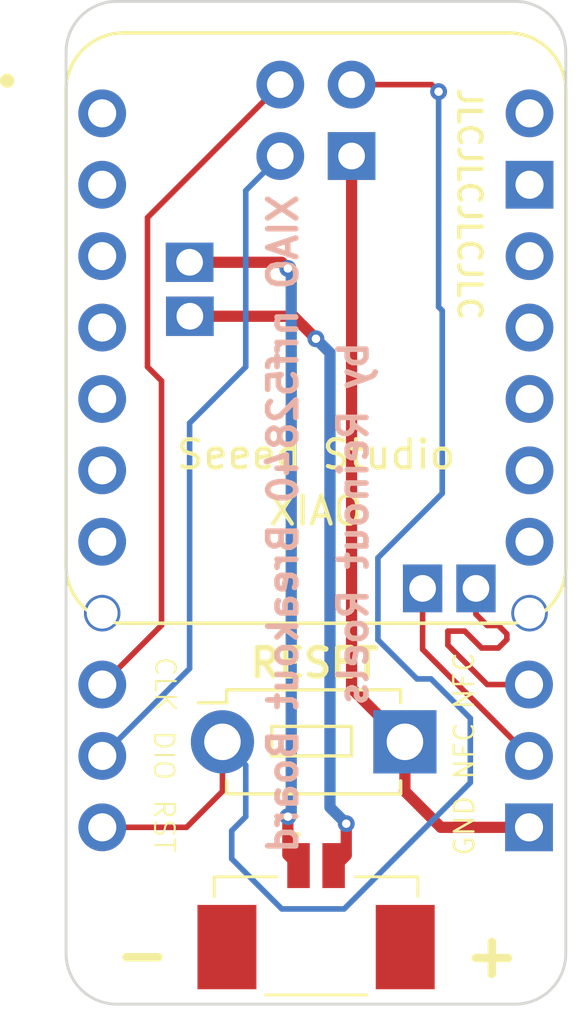
<source format=kicad_pcb>
(kicad_pcb (version 20240108) (generator "pcbnew") (generator_version "8.0")
  (layers (0 "F.Cu" signal) (31 "B.Cu" signal) (34 "B.Paste" user) (35 "F.Paste" user) (36 "B.SilkS" user "B.Silkscreen") (37 "F.SilkS" user "F.Silkscreen") (38 "B.Mask" user) (39 "F.Mask" user) (44 "Edge.Cuts" user))
  (net 0 "")
  (net 1 "Net-(J2-Pin_6)")
  (net 2 "Net-(J2-Pin_5)")
  (net 3 "Net-(J2-Pin_2)")
  (net 4 "Net-(J2-Pin_3)")
  (net 5 "Net-(J2-Pin_1)")
  (net 6 "Net-(J2-Pin_4)")
  (net 7 "Net-(J2-Pin_7)")
  (net 8 "Net-(J3-Pin_1)")
  (net 9 "Net-(J3-Pin_6)")
  (net 10 "Net-(J3-Pin_3)")
  (net 11 "Net-(J3-Pin_4)")
  (net 12 "Net-(J3-Pin_5)")
  (net 13 "Net-(J3-Pin_2)")
  (net 14 "Net-(J3-Pin_7)")
  (net 15 "Net-(J5-Pin_2)")
  (net 16 "Net-(J4-Pin_1)")
  (net 17 "GND")
  (net 18 "RESET")
  (net 19 "SWDIO")
  (net 20 "SWCLK")
  (net 21 "Net-(J10-Pin_1)")
  (net 22 "Net-(J9-Pin_1)")
  (footprint "Connector_PinHeader_2.54mm:PinHeader_2x02_P2.54mm_Vertical" (layer "F.Cu") (at 155.229912 95.96)
    (property "Reference" "J6" (hide yes))
    (property "Value" "Conn_02x02_Odd_Even" (hide yes))
    (pad "1" thru_hole circle (at 0 0) (size 1.7 1.7) (drill 0.95) (layers "*.Cu" "*.Mask") (net 20 "SWCLK"))
    (pad "2" thru_hole oval (at 2.54 0) (size 1.7 1.7) (drill 0.95) (layers "*.Cu" "*.Mask") (net 18 "RESET"))
    (pad "3" thru_hole oval (at 0 2.54) (size 1.7 1.7) (drill 0.95) (layers "*.Cu" "*.Mask") (net 19 "SWDIO"))
    (pad "4" thru_hole rect (at 2.54 2.54) (size 1.7 1.7) (drill 0.95) (layers "*.Cu" "*.Mask") (net 17 "GND"))
  )
  (footprint "Button_Switch_THT:SW_PUSH_1P1T_6x3.5mm_H4.3_APEM_MJTP1243" (layer "F.Cu") (at 153.169776 119.338705)
    (property "Reference" "SW1" (hide yes))
    (property "Value" "SW_Push" (hide yes))
    (fp_line (start 0.15 -1.85) (end 0.15 -1.39) (stroke (width 0.12)) (layer "F.SilkS"))
    (fp_line (start 0.15 -1.39) (end -0.85 -1.39) (stroke (width 0.12)) (layer "F.SilkS"))
    (fp_line (start 0.15 1.39) (end 0.15 1.85) (stroke (width 0.12)) (layer "F.SilkS"))
    (fp_line (start 0.15 1.85) (end 6.35 1.85) (stroke (width 0.12)) (layer "F.SilkS"))
    (fp_line (start 6.35 -1.85) (end 0.15 -1.85) (stroke (width 0.12)) (layer "F.SilkS"))
    (fp_line (start 6.35 -1.85) (end 6.35 -1.39) (stroke (width 0.12)) (layer "F.SilkS"))
    (fp_line (start 6.35 1.39) (end 6.35 1.85) (stroke (width 0.12)) (layer "F.SilkS"))
    (fp_rect (start 1.75 -0.55) (end 4.6 0.5) (stroke (width 0.12)) (fill none) (layer "F.SilkS"))
    (pad "1" thru_hole circle (at 0 0 90) (size 2.25 2.25) (drill 1.3) (layers "*.Cu" "*.Mask") (net 18 "RESET"))
    (pad "2" thru_hole rect (at 6.5 0 90) (size 2.25 2.25) (drill 1.3) (layers "*.Cu" "*.Mask") (net 17 "GND"))
  )
  (footprint "Connector_PinHeader_2.54mm:PinHeader_1x01_P2.54mm_Vertical" (layer "F.Cu") (at 160.3 113.88)
    (property "Reference" "J8" (hide yes))
    (property "Value" "Conn_01x01" (hide yes))
    (pad "1" thru_hole rect (at 0 0) (size 1.4 1.7) (drill 0.95) (layers "*.Cu" "*.Mask") (net 15 "Net-(J5-Pin_2)"))
  )
  (footprint "Connector_PinHeader_2.54mm:PinHeader_1x01_P2.54mm_Vertical" (layer "F.Cu") (at 152 102.28)
    (property "Reference" "J9" (hide yes))
    (property "Value" "Conn_01x01" (hide yes))
    (pad "1" thru_hole rect (at 0 0) (size 1.7 1.4) (drill 0.95) (layers "*.Cu" "*.Mask") (net 22 "Net-(J9-Pin_1)"))
  )
  (footprint "Connector_PinHeader_2.54mm:PinHeader_1x01_P2.54mm_Vertical" (layer "F.Cu") (at 152.009409 104.2)
    (property "Reference" "J10" (hide yes))
    (property "Value" "Conn_01x01" (hide yes))
    (pad "1" thru_hole rect (at 0 0) (size 1.7 1.4) (drill 0.95) (layers "*.Cu" "*.Mask") (net 21 "Net-(J10-Pin_1)"))
  )
  (footprint "xiao_nrf52840:XIAO-nRF52840-Sense-14P-2.54-21X17.8MM" (layer "F.Cu") (at 156.5 104.62)
    (property "Reference" "U1" (hide yes))
    (property "Value" "Seeed Studio XIAO nRF52840" (hide yes))
    (fp_line (start -8.9 -8.5) (end -8.9 8.5) (stroke (width 0.127)) (layer "F.SilkS"))
    (fp_line (start -6.9 10.5) (end 6.9 10.5) (stroke (width 0.127)) (layer "F.SilkS"))
    (fp_line (start 6.9 -10.49909) (end -6.9 -10.49909) (stroke (width 0.127)) (layer "F.SilkS"))
    (fp_line (start 8.9 8.5) (end 8.9 -8.5) (stroke (width 0.127)) (layer "F.SilkS"))
    (fp_arc (start -8.9 -8.5) (mid -8.301491 -9.901491) (end -6.9 -10.5) (stroke (width 0.12)) (layer "F.SilkS"))
    (fp_arc (start -6.9 10.5) (mid -8.301423 9.901423) (end -8.9 8.5) (stroke (width 0.12)) (layer "F.SilkS"))
    (fp_arc (start 6.9 -10.5) (mid 8.301494 -9.901494) (end 8.9 -8.5) (stroke (width 0.12)) (layer "F.SilkS"))
    (fp_arc (start 8.9 8.5) (mid 8.314214 9.914214) (end 6.9 10.5) (stroke (width 0.12)) (layer "F.SilkS"))
    (fp_circle (center -11 -8.8) (end -11 -9.054) (fill solid) (layer "F.SilkS"))
    (fp_poly (pts (xy -8.887715 -8.561705) (xy -8.884667 -8.610473) (xy -8.880603 -8.659494)) (stroke (width 0.0254)) (fill none) (layer "F.SilkS"))
    (fp_poly (pts (xy 8.889492 8.521574) (xy 8.887713 8.57085) (xy 8.884665 8.619618) (xy 8.880601 8.668639) (xy 8.875268 8.717407) (xy 8.868664 8.766175) (xy 8.861044 8.81469) (xy 8.852153 8.86295) (xy 8.842248 8.910955)) (stroke (width 0.0254)) (fill none) (layer "F.SilkS"))
    (fp_text user "XIAO" (at 0 6.5 0) (layer "F.SilkS"))
    (fp_text user "Seeed Studio" (at 0 4.5 0) (layer "F.SilkS"))
  )
  (footprint "Connector_PinSocket_2.54mm:PinSocket_1x07_P2.54mm_Vertical" (layer "F.Cu") (at 164.108391 96.981453)
    (property "Reference" "J3" (hide yes))
    (property "Value" "Conn_01x07" (hide yes))
    (pad "1" thru_hole circle (at 0 0) (size 1.7 1.7) (drill 1) (layers "*.Cu" "*.Mask") (net 8 "Net-(J3-Pin_1)"))
    (pad "2" thru_hole rect (at 0 2.54) (size 1.7 1.7) (drill 1) (layers "*.Cu" "*.Mask") (net 13 "Net-(J3-Pin_2)"))
    (pad "3" thru_hole oval (at 0 5.08) (size 1.7 1.7) (drill 1) (layers "*.Cu" "*.Mask") (net 10 "Net-(J3-Pin_3)"))
    (pad "4" thru_hole oval (at 0 7.62) (size 1.7 1.7) (drill 1) (layers "*.Cu" "*.Mask") (net 11 "Net-(J3-Pin_4)"))
    (pad "5" thru_hole oval (at 0 10.16) (size 1.7 1.7) (drill 1) (layers "*.Cu" "*.Mask") (net 12 "Net-(J3-Pin_5)"))
    (pad "6" thru_hole oval (at 0 12.7) (size 1.7 1.7) (drill 1) (layers "*.Cu" "*.Mask") (net 9 "Net-(J3-Pin_6)"))
    (pad "7" thru_hole oval (at 0 15.24) (size 1.7 1.7) (drill 1) (layers "*.Cu" "*.Mask") (net 14 "Net-(J3-Pin_7)"))
  )
  (footprint "battery_connector:532610271" (layer "F.Cu") (at 156.505 126.04 180)
    (property "Reference" "J1" (hide yes))
    (property "Value" "53261-0271" (hide yes))
    (fp_line (start 3.625 1.9) (end 1.4 1.9) (stroke (width 0.1)) (layer "F.SilkS"))
    (fp_line (start 3.625 1.2) (end 3.625 1.9) (stroke (width 0.1)) (layer "F.SilkS"))
    (fp_line (start 1.8 -2.3) (end -1.8 -2.3) (stroke (width 0.1)) (layer "F.SilkS"))
    (fp_line (start 0.7 3.4) (end 0.7 3.4) (stroke (width 0.1)) (layer "F.SilkS"))
    (fp_line (start 0.6 3.4) (end 0.6 3.4) (stroke (width 0.1)) (layer "F.SilkS"))
    (fp_line (start -1.4 1.9) (end -3.625 1.9) (stroke (width 0.1)) (layer "F.SilkS"))
    (fp_line (start -3.625 1.9) (end -3.625 1.2) (stroke (width 0.1)) (layer "F.SilkS"))
    (fp_arc (start 0.7 3.4) (mid 0.65 3.45) (end 0.6 3.4) (stroke (width 0.1)) (layer "F.SilkS"))
    (fp_arc (start 0.6 3.4) (mid 0.65 3.35) (end 0.7 3.4) (stroke (width 0.1)) (layer "F.SilkS"))
    (pad "1" smd rect (at 0.625 2.3 180) (size 0.8 1.6) (layers "F.Cu" "F.Paste" "F.Mask") (net 22 "Net-(J9-Pin_1)"))
    (pad "2" smd rect (at -0.625 2.3 180) (size 0.8 1.6) (layers "F.Cu" "F.Paste" "F.Mask") (net 21 "Net-(J10-Pin_1)"))
    (pad "MP1" smd rect (at 3.175 -0.6 180) (size 2.1 3) (layers "F.Cu" "F.Paste" "F.Mask"))
    (pad "MP2" smd rect (at -3.175 -0.6 180) (size 2.1 3) (layers "F.Cu" "F.Paste" "F.Mask"))
  )
  (footprint "Connector_PinSocket_2.54mm:PinSocket_1x03_P2.54mm_Vertical" (layer "F.Cu") (at 148.89 117.3)
    (property "Reference" "J7" (hide yes))
    (property "Value" "Conn_01x03" (hide yes))
    (pad "1" thru_hole circle (at 0 0) (size 1.7 1.7) (drill 1) (layers "*.Cu" "*.Mask") (net 20 "SWCLK"))
    (pad "2" thru_hole oval (at 0 2.54) (size 1.7 1.7) (drill 1) (layers "*.Cu" "*.Mask") (net 19 "SWDIO"))
    (pad "3" thru_hole oval (at 0 5.08) (size 1.7 1.7) (drill 1) (layers "*.Cu" "*.Mask") (net 18 "RESET"))
  )
  (footprint "Connector_PinSocket_2.54mm:PinSocket_1x03_P2.54mm_Vertical" (layer "F.Cu") (at 164.09 117.3)
    (property "Reference" "J5" (hide yes))
    (property "Value" "Conn_01x03" (hide yes))
    (pad "1" thru_hole circle (at 0 0) (size 1.7 1.7) (drill 1) (layers "*.Cu" "*.Mask") (net 16 "Net-(J4-Pin_1)"))
    (pad "2" thru_hole oval (at 0 2.54) (size 1.7 1.7) (drill 1) (layers "*.Cu" "*.Mask") (net 15 "Net-(J5-Pin_2)"))
    (pad "3" thru_hole rect (at 0 5.08) (size 1.7 1.7) (drill 1) (layers "*.Cu" "*.Mask") (net 17 "GND"))
  )
  (footprint "Connector_PinHeader_2.54mm:PinHeader_1x01_P2.54mm_Vertical" (layer "F.Cu") (at 162.2 113.88)
    (property "Reference" "J4" (hide yes))
    (property "Value" "Conn_01x01" (hide yes))
    (pad "1" thru_hole rect (at 0 0) (size 1.4 1.7) (drill 0.95) (layers "*.Cu" "*.Mask") (net 16 "Net-(J4-Pin_1)"))
  )
  (footprint "Connector_PinSocket_2.54mm:PinSocket_1x07_P2.54mm_Vertical" (layer "F.Cu") (at 148.886092 112.221453 180)
    (property "Reference" "J2" (hide yes))
    (property "Value" "Conn_01x07" (hide yes))
    (pad "1" thru_hole circle (at 0 0 180) (size 1.7 1.7) (drill 1) (layers "*.Cu" "*.Mask") (net 5 "Net-(J2-Pin_1)"))
    (pad "2" thru_hole oval (at 0 2.54 180) (size 1.7 1.7) (drill 1) (layers "*.Cu" "*.Mask") (net 3 "Net-(J2-Pin_2)"))
    (pad "3" thru_hole oval (at 0 5.08 180) (size 1.7 1.7) (drill 1) (layers "*.Cu" "*.Mask") (net 4 "Net-(J2-Pin_3)"))
    (pad "4" thru_hole oval (at 0 7.62 180) (size 1.7 1.7) (drill 1) (layers "*.Cu" "*.Mask") (net 6 "Net-(J2-Pin_4)"))
    (pad "5" thru_hole oval (at 0 10.16 180) (size 1.7 1.7) (drill 1) (layers "*.Cu" "*.Mask") (net 2 "Net-(J2-Pin_5)"))
    (pad "6" thru_hole oval (at 0 12.7 180) (size 1.7 1.7) (drill 1) (layers "*.Cu" "*.Mask") (net 1 "Net-(J2-Pin_6)"))
    (pad "7" thru_hole oval (at 0 15.24 180) (size 1.7 1.7) (drill 1) (layers "*.Cu" "*.Mask") (net 7 "Net-(J2-Pin_7)"))
  )
  (gr_arc (start 149.4 128.668902) (mid 148.127208 128.141694) (end 147.6 126.868902) (stroke (width 0.1)) (layer "Edge.Cuts"))
  (gr_line (start 147.6 126.868902) (end 147.6 94.8) (stroke (width 0.1)) (layer "Edge.Cuts"))
  (gr_arc (start 163.6 93) (mid 164.872792 93.527208) (end 165.4 94.8) (stroke (width 0.1)) (layer "Edge.Cuts"))
  (gr_arc (start 165.4 126.868902) (mid 164.872791 128.141693) (end 163.6 128.668902) (stroke (width 0.1)) (layer "Edge.Cuts"))
  (gr_line (start 149.4 93) (end 163.6 93) (stroke (width 0.1)) (layer "Edge.Cuts"))
  (gr_line (start 163.6 128.668902) (end 149.4 128.668902) (stroke (width 0.1)) (layer "Edge.Cuts"))
  (gr_line (start 165.4 94.8) (end 165.4 126.868902) (stroke (width 0.1)) (layer "Edge.Cuts"))
  (gr_arc (start 147.6 94.8) (mid 148.127208 93.527208) (end 149.4 93) (stroke (width 0.1)) (layer "Edge.Cuts"))
  (gr_text "XIAO nrf52840 Breakout Board\n" (at 155.914 99.761904 90) (layer "B.SilkS") (effects (font (size 1 1) (thickness 0.2) (bold yes)) (justify left bottom mirror)))
  (gr_text "by Reinout Roels" (at 158.414 105 90) (layer "B.SilkS") (effects (font (size 1 1) (thickness 0.2) (bold yes)) (justify left bottom mirror)))
  (gr_text "+\n" (at 161.64 127.8 0) (layer "F.SilkS") (effects (font (size 1.5 1.5) (thickness 0.3) (bold yes)) (justify left bottom)))
  (gr_text "JLCJLCJLCJLC" (at 161.5 96 -90) (layer "F.SilkS") (effects (font (size 0.8 0.8) (thickness 0.15) (bold yes)) (justify left bottom)))
  (gr_text "CLK\n" (at 150.72 116.26 270) (layer "F.SilkS") (effects (font (size 0.7 0.7) (thickness 0.075)) (justify left bottom)))
  (gr_text "-" (at 149.19 127.77 0) (layer "F.SilkS") (effects (font (size 1.5 1.5) (thickness 0.3) (bold yes)) (justify left bottom)))
  (gr_text "NFC" (at 162.18 118.24 90) (layer "F.SilkS") (effects (font (size 0.7 0.7) (thickness 0.0875)) (justify left bottom)))
  (gr_text "NFC" (at 162.2 120.74 90) (layer "F.SilkS") (effects (font (size 0.7 0.7) (thickness 0.0875)) (justify left bottom)))
  (gr_text "RESET\n" (at 154.05 117.12 0) (layer "F.SilkS") (effects (font (size 1 1) (thickness 0.2) (bold yes)) (justify left bottom)))
  (gr_text "GND" (at 162.2 123.45 90) (layer "F.SilkS") (effects (font (size 0.7 0.7) (thickness 0.0875)) (justify left bottom)))
  (gr_text "RST\n" (at 150.68 121.33 270) (layer "F.SilkS") (effects (font (size 0.7 0.7) (thickness 0.075)) (justify left bottom)))
  (gr_text "DIO\n" (at 150.67 118.89 270) (layer "F.SilkS") (effects (font (size 0.7 0.7) (thickness 0.075)) (justify left bottom)))
  (via (at 148.886092 114.761453) (size 1.3) (drill 1.1) (layers "F.Cu" "B.Cu") (net 0))
  (via (at 164.108391 114.761453) (size 1.3) (drill 1.1) (layers "F.Cu" "B.Cu") (net 0))
  (segment (start 160.3 113.88) (end 160.3 116.05) (width 0.2) (layer "F.Cu") (net 15))
  (segment (start 160.3 116.05) (end 164.09 119.84) (width 0.2) (layer "F.Cu") (net 15))
  (segment (start 162.6 117.3) (end 164.09 117.3) (width 0.2) (layer "F.Cu") (net 16))
  (segment (start 162.6 115.2) (end 163 115.2) (width 0.2) (layer "F.Cu") (net 16))
  (segment (start 163.3 115.7) (end 163 116) (width 0.2) (layer "F.Cu") (net 16))
  (segment (start 161.2 115.4) (end 161.2 115.9) (width 0.2) (layer "F.Cu") (net 16))
  (segment (start 162.4 116) (end 161.8 115.4) (width 0.2) (layer "F.Cu") (net 16))
  (segment (start 162.2 113.88) (end 162.2 114.8) (width 0.2) (layer "F.Cu") (net 16))
  (segment (start 163.3 115.5) (end 163.3 115.7) (width 0.2) (layer "F.Cu") (net 16))
  (segment (start 163 115.2) (end 163.3 115.5) (width 0.2) (layer "F.Cu") (net 16))
  (segment (start 161.2 115.9) (end 162.6 117.3) (width 0.2) (layer "F.Cu") (net 16))
  (segment (start 163 116) (end 162.4 116) (width 0.2) (layer "F.Cu") (net 16))
  (segment (start 162.2 114.8) (end 162.6 115.2) (width 0.2) (layer "F.Cu") (net 16))
  (segment (start 161.8 115.4) (end 161.2 115.4) (width 0.2) (layer "F.Cu") (net 16))
  (segment (start 160.95 122.38) (end 164.09 122.38) (width 0.4) (layer "F.Cu") (net 17))
  (segment (start 157.769912 98.5) (end 157.769912 117.438841) (width 0.4) (layer "F.Cu") (net 17))
  (segment (start 159.669776 121.060224) (end 159.65 121.08) (width 0.2) (layer "F.Cu") (net 17))
  (segment (start 159.669776 119.338705) (end 159.669776 121.060224) (width 0.4) (layer "F.Cu") (net 17))
  (segment (start 159.65 121.08) (end 160.95 122.38) (width 0.4) (layer "F.Cu") (net 17))
  (segment (start 157.769912 117.438841) (end 159.669776 119.338705) (width 0.4) (layer "F.Cu") (net 17))
  (segment (start 153.169776 121.079776) (end 153.18 121.09) (width 0.2) (layer "F.Cu") (net 18))
  (segment (start 160.62 95.96) (end 160.87 96.21) (width 0.2) (layer "F.Cu") (net 18))
  (segment (start 151.89 122.38) (end 148.89 122.38) (width 0.2) (layer "F.Cu") (net 18))
  (segment (start 153.18 121.09) (end 151.89 122.38) (width 0.2) (layer "F.Cu") (net 18))
  (segment (start 157.769912 95.96) (end 160.62 95.96) (width 0.2) (layer "F.Cu") (net 18))
  (segment (start 153.169776 119.338705) (end 153.169776 121.079776) (width 0.2) (layer "F.Cu") (net 18))
  (via (at 160.87 96.21) (size 0.6) (drill 0.3) (layers "F.Cu" "B.Cu") (net 18))
  (segment (start 161 104) (end 161 110.5) (width 0.2) (layer "B.Cu") (net 18))
  (segment (start 158.70776 112.79224) (end 158.70776 115.70776) (width 0.2) (layer "B.Cu") (net 18))
  (segment (start 161 110.5) (end 158.70776 112.79224) (width 0.2) (layer "B.Cu") (net 18))
  (segment (start 155.282118 125.282118) (end 153.5 123.5) (width 0.2) (layer "B.Cu") (net 18))
  (segment (start 162 118.5) (end 162 120.789146) (width 0.2) (layer "B.Cu") (net 18))
  (segment (start 153.5 123.5) (end 153.5 122.5) (width 0.2) (layer "B.Cu") (net 18))
  (segment (start 160.6 117.1) (end 162 118.5) (width 0.2) (layer "B.Cu") (net 18))
  (segment (start 162 120.789146) (end 157.507028 125.282118) (width 0.2) (layer "B.Cu") (net 18))
  (segment (start 153.5 122.5) (end 154 122) (width 0.2) (layer "B.Cu") (net 18))
  (segment (start 160.87 103.87) (end 161 104) (width 0.2) (layer "B.Cu") (net 18))
  (segment (start 160.87 96.21) (end 160.87 103.87) (width 0.2) (layer "B.Cu") (net 18))
  (segment (start 154 122) (end 154 120.168929) (width 0.2) (layer "B.Cu") (net 18))
  (segment (start 160.1 117.1) (end 160.6 117.1) (width 0.2) (layer "B.Cu") (net 18))
  (segment (start 157.507028 125.282118) (end 155.282118 125.282118) (width 0.2) (layer "B.Cu") (net 18))
  (segment (start 158.70776 115.70776) (end 160.1 117.1) (width 0.2) (layer "B.Cu") (net 18))
  (segment (start 154 120.168929) (end 153.169776 119.338705) (width 0.2) (layer "B.Cu") (net 18))
  (segment (start 154 99.729912) (end 154 106) (width 0.2) (layer "B.Cu") (net 19))
  (segment (start 152 108) (end 152 116.73) (width 0.2) (layer "B.Cu") (net 19))
  (segment (start 152 116.73) (end 148.89 119.84) (width 0.2) (layer "B.Cu") (net 19))
  (segment (start 155.229912 98.5) (end 154 99.729912) (width 0.2) (layer "B.Cu") (net 19))
  (segment (start 154 106) (end 152 108) (width 0.2) (layer "B.Cu") (net 19))
  (segment (start 150.5 100.689912) (end 150.5 106) (width 0.2) (layer "F.Cu") (net 20))
  (segment (start 151 115.19) (end 148.89 117.3) (width 0.2) (layer "F.Cu") (net 20))
  (segment (start 151 106.5) (end 151 115.19) (width 0.2) (layer "F.Cu") (net 20))
  (segment (start 155.229912 95.96) (end 150.5 100.689912) (width 0.2) (layer "F.Cu") (net 20))
  (segment (start 150.5 106) (end 151 106.5) (width 0.2) (layer "F.Cu") (net 20))
  (segment (start 152.009409 104.2) (end 155.7 104.2) (width 0.4) (layer "F.Cu") (net 21))
  (segment (start 156 104.5) (end 156.5 105) (width 0.4) (layer "F.Cu") (net 21))
  (segment (start 157.58 122.25) (end 157.58 123.376071) (width 0.4) (layer "F.Cu") (net 21))
  (segment (start 157.58 123.376071) (end 157.125 123.831071) (width 0.4) (layer "F.Cu") (net 21))
  (segment (start 155.7 104.2) (end 156 104.5) (width 0.4) (layer "F.Cu") (net 21))
  (via (at 156.5 105) (size 0.6) (drill 0.3) (layers "F.Cu" "B.Cu") (net 21))
  (via (at 157.58 122.25) (size 0.6) (drill 0.3) (layers "F.Cu" "B.Cu") (net 21))
  (segment (start 157 121.67) (end 157.58 122.25) (width 0.4) (layer "B.Cu") (net 21))
  (segment (start 157 105.5) (end 157 121.67) (width 0.4) (layer "B.Cu") (net 21))
  (segment (start 156.5 105) (end 157 105.5) (width 0.4) (layer "B.Cu") (net 21))
  (segment (start 155.5 102.5) (end 155.28 102.28) (width 0.4) (layer "F.Cu") (net 22))
  (segment (start 155.28 102.28) (end 152 102.28) (width 0.4) (layer "F.Cu") (net 22))
  (segment (start 155.5 123.36) (end 155.88 123.74) (width 0.4) (layer "F.Cu") (net 22))
  (segment (start 155.5 122) (end 155.5 123.36) (width 0.4) (layer "F.Cu") (net 22))
  (via (at 155.5 122) (size 0.6) (drill 0.3) (layers "F.Cu" "B.Cu") (net 22))
  (via (at 155.5 102.5) (size 0.6) (drill 0.3) (layers "F.Cu" "B.Cu") (net 22))
  (segment (start 155.5 102.5) (end 155.62 102.62) (width 0.4) (layer "B.Cu") (net 22))
  (segment (start 155.62 102.62) (end 155.62 121.88) (width 0.4) (layer "B.Cu") (net 22))
  (segment (start 155.62 121.88) (end 155.5 122) (width 0.4) (layer "B.Cu") (net 22))
)
</source>
